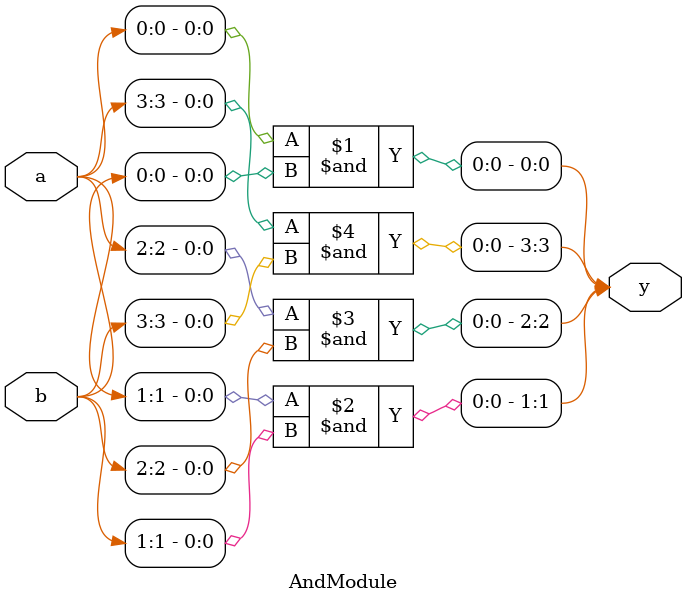
<source format=sv>
module AndModule #(
  parameter N = 4 
)
(
  input [N-1:0] a,
  input [N-1:0] b,
  output [N-1:0] y
);

  genvar i;
  
  generate 
    for(i=0; i<N; i=i+1) begin : and_op
      and and_gate(y[i], a[i], b[i]);
    end
  endgenerate
  
endmodule
</source>
